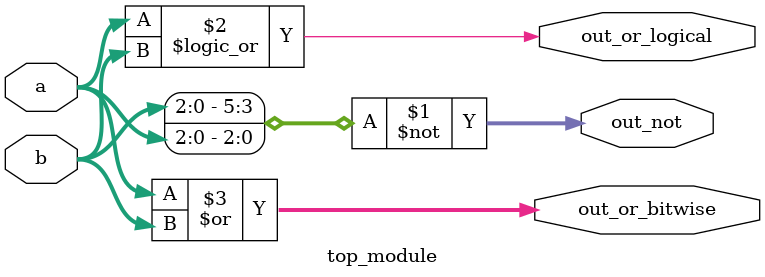
<source format=v>
module top_module( 
    input [2:0] a,
    input [2:0] b,
    output [2:0] out_or_bitwise,
    output out_or_logical,
    output [5:0] out_not
);
    assign out_not = ~({b,a});
    assign out_or_logical=a||b;
    assign out_or_bitwise=a|b;

endmodule

</source>
